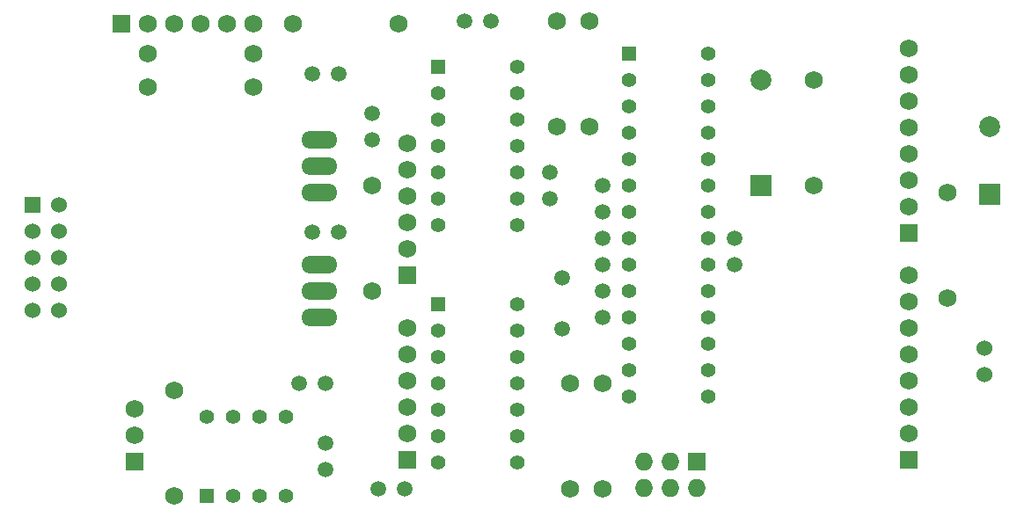
<source format=gbs>
%FSLAX36Y36*%
G04 Gerber Fmt 3.6, Leading zero omitted, Abs format (unit inch)*
G04 Created by KiCad (PCBNEW (2014-jul-16 BZR unknown)-product) date Mon 09 Feb 2015 12:25:07 PM PST*
%MOIN*%
G01*
G04 APERTURE LIST*
%ADD10C,0.003937*%
%ADD11C,0.059100*%
%ADD12C,0.078700*%
%ADD13R,0.078700X0.078700*%
%ADD14C,0.060000*%
%ADD15R,0.068000X0.068000*%
%ADD16C,0.068000*%
%ADD17R,0.060000X0.060000*%
%ADD18O,0.068000X0.068000*%
%ADD19R,0.055000X0.055000*%
%ADD20C,0.055000*%
%ADD21O,0.137800X0.066900*%
G04 APERTURE END LIST*
D10*
D11*
X6275000Y-4750000D03*
X6275000Y-4650000D03*
X6775000Y-4950000D03*
X6775000Y-4850000D03*
X5225000Y-5725000D03*
X5225000Y-5625000D03*
X5750000Y-4025000D03*
X5850000Y-4025000D03*
X5125000Y-5400000D03*
X5225000Y-5400000D03*
X5175000Y-4825000D03*
X5275000Y-4825000D03*
X5400000Y-4475000D03*
X5400000Y-4375000D03*
X6075000Y-4700000D03*
X6075000Y-4600000D03*
X5275000Y-4225000D03*
X5175000Y-4225000D03*
X6275000Y-4950000D03*
X6275000Y-4850000D03*
X6275000Y-5050000D03*
X6275000Y-5150000D03*
D12*
X6875000Y-4250000D03*
D13*
X6875000Y-4650000D03*
D14*
X7720000Y-5265000D03*
X7720000Y-5365000D03*
D15*
X4500000Y-5695000D03*
D16*
X4500000Y-5595000D03*
X4500000Y-5495000D03*
D17*
X4113780Y-4721260D03*
D14*
X4213780Y-4721260D03*
X4113780Y-4821260D03*
X4213780Y-4821260D03*
X4113780Y-4921260D03*
X4213780Y-4921260D03*
X4113780Y-5021260D03*
X4213780Y-5021260D03*
X4113780Y-5121260D03*
X4213780Y-5121260D03*
D15*
X4450000Y-4035000D03*
D16*
X4550000Y-4035000D03*
X4650000Y-4035000D03*
X4750000Y-4035000D03*
X4850000Y-4035000D03*
X4950000Y-4035000D03*
D15*
X7433071Y-4828976D03*
D16*
X7433071Y-4728976D03*
X7433071Y-4628976D03*
X7433071Y-4528976D03*
X7433071Y-4428976D03*
X7433071Y-4328976D03*
X7433071Y-4228976D03*
X7433071Y-4128976D03*
D15*
X7433071Y-5688976D03*
D16*
X7433071Y-5588976D03*
X7433071Y-5488976D03*
X7433071Y-5388976D03*
X7433071Y-5288976D03*
X7433071Y-5188976D03*
X7433071Y-5088976D03*
X7433071Y-4988976D03*
D15*
X5533071Y-5688976D03*
D16*
X5533071Y-5588976D03*
X5533071Y-5488976D03*
X5533071Y-5388976D03*
X5533071Y-5288976D03*
X5533071Y-5188976D03*
D15*
X5533071Y-4988976D03*
D16*
X5533071Y-4888976D03*
X5533071Y-4788976D03*
X5533071Y-4688976D03*
X5533071Y-4588976D03*
X5533071Y-4488976D03*
D15*
X6631102Y-5694488D03*
D18*
X6631102Y-5794488D03*
X6531102Y-5694488D03*
X6531102Y-5794488D03*
X6431102Y-5694488D03*
X6431102Y-5794488D03*
D13*
X7740000Y-4683000D03*
D12*
X7740000Y-4427000D03*
D19*
X5650000Y-4200000D03*
D20*
X5650000Y-4300000D03*
X5650000Y-4400000D03*
X5650000Y-4500000D03*
X5650000Y-4600000D03*
X5650000Y-4700000D03*
X5650000Y-4800000D03*
X5950000Y-4800000D03*
X5950000Y-4700000D03*
X5950000Y-4600000D03*
X5950000Y-4500000D03*
X5950000Y-4400000D03*
X5950000Y-4300000D03*
X5950000Y-4200000D03*
D21*
X5200000Y-5050000D03*
X5200000Y-5150000D03*
X5200000Y-4950000D03*
D19*
X4775000Y-5825000D03*
D20*
X4875000Y-5825000D03*
X4975000Y-5825000D03*
X5075000Y-5825000D03*
X5075000Y-5525000D03*
X4975000Y-5525000D03*
X4875000Y-5525000D03*
X4775000Y-5525000D03*
D21*
X5200000Y-4575000D03*
X5200000Y-4675000D03*
X5200000Y-4475000D03*
D20*
X6375000Y-4250000D03*
X6375000Y-4350000D03*
X6375000Y-4450000D03*
X6375000Y-4550000D03*
X6375000Y-4650000D03*
X6375000Y-4750000D03*
X6375000Y-4850000D03*
X6375000Y-4950000D03*
X6375000Y-5050000D03*
X6375000Y-5150000D03*
X6375000Y-5250000D03*
X6375000Y-5350000D03*
X6375000Y-5450000D03*
D19*
X6375000Y-4150000D03*
D20*
X6675000Y-5450000D03*
X6675000Y-5350000D03*
X6675000Y-5250000D03*
X6675000Y-5150000D03*
X6675000Y-5050000D03*
X6675000Y-4950000D03*
X6675000Y-4850000D03*
X6675000Y-4750000D03*
X6675000Y-4650000D03*
X6675000Y-4550000D03*
X6675000Y-4450000D03*
X6675000Y-4350000D03*
X6675000Y-4250000D03*
X6675000Y-4150000D03*
D11*
X6120000Y-4998900D03*
X6120000Y-5191100D03*
X5525000Y-5800000D03*
X5425000Y-5800000D03*
D19*
X5650000Y-5100000D03*
D20*
X5650000Y-5200000D03*
X5650000Y-5300000D03*
X5650000Y-5400000D03*
X5650000Y-5500000D03*
X5650000Y-5600000D03*
X5650000Y-5700000D03*
X5950000Y-5700000D03*
X5950000Y-5600000D03*
X5950000Y-5500000D03*
X5950000Y-5400000D03*
X5950000Y-5300000D03*
X5950000Y-5200000D03*
X5950000Y-5100000D03*
D16*
X6275000Y-5400000D03*
X6275000Y-5800000D03*
X6150000Y-5800000D03*
X6150000Y-5400000D03*
X7580000Y-5075000D03*
X7580000Y-4675000D03*
X7075000Y-4250000D03*
X7075000Y-4650000D03*
X6225000Y-4425000D03*
X6225000Y-4025000D03*
X6100000Y-4425000D03*
X6100000Y-4025000D03*
X5400000Y-5050000D03*
X5400000Y-4650000D03*
X5100000Y-4035000D03*
X5500000Y-4035000D03*
X4650000Y-5425000D03*
X4650000Y-5825000D03*
X4550000Y-4275000D03*
X4950000Y-4275000D03*
X4550000Y-4150000D03*
X4950000Y-4150000D03*
M02*

</source>
